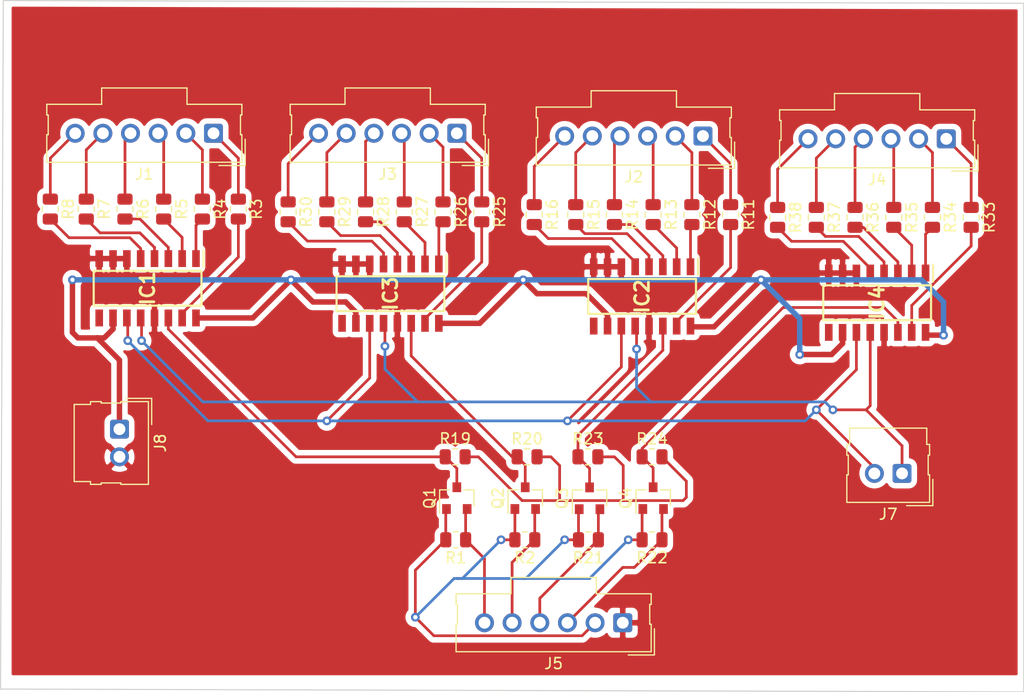
<source format=kicad_pcb>
(kicad_pcb (version 20171130) (host pcbnew "(5.1.10)-1")
  (title_block (title "Internship Task") (date 2023-01-23) (rev V1) (company "GalaxEye Space") (comment 1 "Author: Tejeswar A Ramachandran"))
  (layers (0 F.Cu signal) (31 B.Cu signal) (34 B.Paste user) (35 F.Paste user) (36 B.SilkS user) (37 F.SilkS user) (38 B.Mask user) (39 F.Mask user) (44 Edge.Cuts user))
  (net 0 "")
  (net 1 "Net-(IC1-Pad1)")
  (net 2 "Net-(IC1-Pad2)")
  (net 3 "Net-(IC1-Pad3)")
  (net 4 "Net-(IC1-Pad4)")
  (net 5 "Net-(IC1-Pad5)")
  (net 6 GND)
  (net 7 "Net-(IC1-Pad9)")
  (net 8 +5V)
  (net 9 /SH_CP)
  (net 10 /ST_CP)
  (net 11 /HV1)
  (net 12 "Net-(IC1-Pad15)")
  (net 13 "Net-(IC2-Pad15)")
  (net 14 /HV3)
  (net 15 "Net-(IC2-Pad9)")
  (net 16 "Net-(IC2-Pad5)")
  (net 17 "Net-(IC2-Pad4)")
  (net 18 "Net-(IC2-Pad3)")
  (net 19 "Net-(IC2-Pad2)")
  (net 20 "Net-(IC2-Pad1)")
  (net 21 "Net-(IC3-Pad15)")
  (net 22 /HV2)
  (net 23 "Net-(IC3-Pad9)")
  (net 24 "Net-(IC3-Pad5)")
  (net 25 "Net-(IC3-Pad4)")
  (net 26 "Net-(IC3-Pad3)")
  (net 27 "Net-(IC3-Pad2)")
  (net 28 "Net-(IC3-Pad1)")
  (net 29 "Net-(IC4-Pad1)")
  (net 30 "Net-(IC4-Pad2)")
  (net 31 "Net-(IC4-Pad3)")
  (net 32 "Net-(IC4-Pad4)")
  (net 33 "Net-(IC4-Pad5)")
  (net 34 "Net-(IC4-Pad9)")
  (net 35 /HV4)
  (net 36 "Net-(IC4-Pad15)")
  (net 37 "Net-(J1-Pad6)")
  (net 38 "Net-(J1-Pad5)")
  (net 39 "Net-(J1-Pad4)")
  (net 40 "Net-(J1-Pad3)")
  (net 41 "Net-(J1-Pad2)")
  (net 42 "Net-(J1-Pad1)")
  (net 43 "Net-(J2-Pad1)")
  (net 44 "Net-(J2-Pad2)")
  (net 45 "Net-(J2-Pad3)")
  (net 46 "Net-(J2-Pad4)")
  (net 47 "Net-(J2-Pad5)")
  (net 48 "Net-(J2-Pad6)")
  (net 49 "Net-(J3-Pad1)")
  (net 50 "Net-(J3-Pad2)")
  (net 51 "Net-(J3-Pad3)")
  (net 52 "Net-(J3-Pad4)")
  (net 53 "Net-(J3-Pad5)")
  (net 54 "Net-(J3-Pad6)")
  (net 55 "Net-(J4-Pad6)")
  (net 56 "Net-(J4-Pad5)")
  (net 57 "Net-(J4-Pad4)")
  (net 58 "Net-(J4-Pad3)")
  (net 59 "Net-(J4-Pad2)")
  (net 60 "Net-(J4-Pad1)")
  (net 61 /LV)
  (net 62 /LV4)
  (net 63 /LV3)
  (net 64 /LV2)
  (net 65 /LV1)
  (net 66 /HV)
  (module SamacSys_Parts:SOIC127P600X175-16N (layer F.Cu) (at 117.646606 74.688456 270)
    (fp_text reference IC1 (at 0 0 90) (layer F.SilkS) (effects (font (size 1.27 1.27) (thickness 0.254))))
    (fp_text value 74HC595D,118 hide)
    (pad 1 smd rect (at -2.725 -4.445) (size 0.7 1.55) (layers F.Cu F.Paste F.Mask) (net 1 "Net-(IC1-Pad1)"))
    (pad 2 smd rect (at -2.725 -3.175) (size 0.7 1.55) (layers F.Cu F.Paste F.Mask) (net 2 "Net-(IC1-Pad2)"))
    (pad 3 smd rect (at -2.725 -1.905) (size 0.7 1.55) (layers F.Cu F.Paste F.Mask) (net 3 "Net-(IC1-Pad3)"))
    (pad 4 smd rect (at -2.725 -0.635) (size 0.7 1.55) (layers F.Cu F.Paste F.Mask) (net 4 "Net-(IC1-Pad4)"))
    (pad 5 smd rect (at -2.725 0.635) (size 0.7 1.55) (layers F.Cu F.Paste F.Mask) (net 5 "Net-(IC1-Pad5)"))
    (pad 6 smd rect (at -2.725 1.905) (size 0.7 1.55) (layers F.Cu F.Paste F.Mask) (net 6 GND))
    (pad 7 smd rect (at -2.725 3.175) (size 0.7 1.55) (layers F.Cu F.Paste F.Mask) (net 6 GND))
    (pad 8 smd rect (at -2.725 4.445) (size 0.7 1.55) (layers F.Cu F.Paste F.Mask) (net 6 GND))
    (pad 9 smd rect (at 2.725 4.445) (size 0.7 1.55) (layers F.Cu F.Paste F.Mask) (net 7 "Net-(IC1-Pad9)"))
    (pad 10 smd rect (at 2.725 3.175) (size 0.7 1.55) (layers F.Cu F.Paste F.Mask) (net 8 +5V))
    (pad 11 smd rect (at 2.725 1.905) (size 0.7 1.55) (layers F.Cu F.Paste F.Mask) (net 9 /SH_CP))
    (pad 12 smd rect (at 2.725 0.635) (size 0.7 1.55) (layers F.Cu F.Paste F.Mask) (net 10 /ST_CP))
    (pad 13 smd rect (at 2.725 -0.635) (size 0.7 1.55) (layers F.Cu F.Paste F.Mask) (net 6 GND))
    (pad 14 smd rect (at 2.725 -1.905) (size 0.7 1.55) (layers F.Cu F.Paste F.Mask) (net 11 /HV1))
    (pad 15 smd rect (at 2.725 -3.175) (size 0.7 1.55) (layers F.Cu F.Paste F.Mask) (net 12 "Net-(IC1-Pad15)"))
    (pad 16 smd rect (at 2.725 -4.445) (size 0.7 1.55) (layers F.Cu F.Paste F.Mask) (net 8 +5V))
  )
  (module SamacSys_Parts:SOIC127P600X175-16N (layer F.Cu) (at 163.068 75.438 270)
    (fp_text reference IC2 (at 0 0 90) (layer F.SilkS) (effects (font (size 1.27 1.27) (thickness 0.254))))
    (fp_text value 74HC595D,118 hide)
    (pad 16 smd rect (at 2.725 -4.445) (size 0.7 1.55) (layers F.Cu F.Paste F.Mask) (net 8 +5V))
    (pad 15 smd rect (at 2.725 -3.175) (size 0.7 1.55) (layers F.Cu F.Paste F.Mask) (net 13 "Net-(IC2-Pad15)"))
    (pad 14 smd rect (at 2.725 -1.905) (size 0.7 1.55) (layers F.Cu F.Paste F.Mask) (net 14 /HV3))
    (pad 13 smd rect (at 2.725 -0.635) (size 0.7 1.55) (layers F.Cu F.Paste F.Mask) (net 6 GND))
    (pad 12 smd rect (at 2.725 0.635) (size 0.7 1.55) (layers F.Cu F.Paste F.Mask) (net 10 /ST_CP))
    (pad 11 smd rect (at 2.725 1.905) (size 0.7 1.55) (layers F.Cu F.Paste F.Mask) (net 9 /SH_CP))
    (pad 10 smd rect (at 2.725 3.175) (size 0.7 1.55) (layers F.Cu F.Paste F.Mask) (net 8 +5V))
    (pad 9 smd rect (at 2.725 4.445) (size 0.7 1.55) (layers F.Cu F.Paste F.Mask) (net 15 "Net-(IC2-Pad9)"))
    (pad 8 smd rect (at -2.725 4.445) (size 0.7 1.55) (layers F.Cu F.Paste F.Mask) (net 6 GND))
    (pad 7 smd rect (at -2.725 3.175) (size 0.7 1.55) (layers F.Cu F.Paste F.Mask) (net 6 GND))
    (pad 6 smd rect (at -2.725 1.905) (size 0.7 1.55) (layers F.Cu F.Paste F.Mask) (net 6 GND))
    (pad 5 smd rect (at -2.725 0.635) (size 0.7 1.55) (layers F.Cu F.Paste F.Mask) (net 16 "Net-(IC2-Pad5)"))
    (pad 4 smd rect (at -2.725 -0.635) (size 0.7 1.55) (layers F.Cu F.Paste F.Mask) (net 17 "Net-(IC2-Pad4)"))
    (pad 3 smd rect (at -2.725 -1.905) (size 0.7 1.55) (layers F.Cu F.Paste F.Mask) (net 18 "Net-(IC2-Pad3)"))
    (pad 2 smd rect (at -2.725 -3.175) (size 0.7 1.55) (layers F.Cu F.Paste F.Mask) (net 19 "Net-(IC2-Pad2)"))
    (pad 1 smd rect (at -2.725 -4.445) (size 0.7 1.55) (layers F.Cu F.Paste F.Mask) (net 20 "Net-(IC2-Pad1)"))
  )
  (module SamacSys_Parts:SOIC127P600X175-16N (layer F.Cu) (at 139.954 75.184 270)
    (fp_text reference IC3 (at 0 0 90) (layer F.SilkS) (effects (font (size 1.27 1.27) (thickness 0.254))))
    (fp_text value 74HC595D,118 hide)
    (pad 16 smd rect (at 2.725 -4.445) (size 0.7 1.55) (layers F.Cu F.Paste F.Mask) (net 8 +5V))
    (pad 15 smd rect (at 2.725 -3.175) (size 0.7 1.55) (layers F.Cu F.Paste F.Mask) (net 21 "Net-(IC3-Pad15)"))
    (pad 14 smd rect (at 2.725 -1.905) (size 0.7 1.55) (layers F.Cu F.Paste F.Mask) (net 22 /HV2))
    (pad 13 smd rect (at 2.725 -0.635) (size 0.7 1.55) (layers F.Cu F.Paste F.Mask) (net 6 GND))
    (pad 12 smd rect (at 2.725 0.635) (size 0.7 1.55) (layers F.Cu F.Paste F.Mask) (net 10 /ST_CP))
    (pad 11 smd rect (at 2.725 1.905) (size 0.7 1.55) (layers F.Cu F.Paste F.Mask) (net 9 /SH_CP))
    (pad 10 smd rect (at 2.725 3.175) (size 0.7 1.55) (layers F.Cu F.Paste F.Mask) (net 8 +5V))
    (pad 9 smd rect (at 2.725 4.445) (size 0.7 1.55) (layers F.Cu F.Paste F.Mask) (net 23 "Net-(IC3-Pad9)"))
    (pad 8 smd rect (at -2.725 4.445) (size 0.7 1.55) (layers F.Cu F.Paste F.Mask) (net 6 GND))
    (pad 7 smd rect (at -2.725 3.175) (size 0.7 1.55) (layers F.Cu F.Paste F.Mask) (net 6 GND))
    (pad 6 smd rect (at -2.725 1.905) (size 0.7 1.55) (layers F.Cu F.Paste F.Mask) (net 6 GND))
    (pad 5 smd rect (at -2.725 0.635) (size 0.7 1.55) (layers F.Cu F.Paste F.Mask) (net 24 "Net-(IC3-Pad5)"))
    (pad 4 smd rect (at -2.725 -0.635) (size 0.7 1.55) (layers F.Cu F.Paste F.Mask) (net 25 "Net-(IC3-Pad4)"))
    (pad 3 smd rect (at -2.725 -1.905) (size 0.7 1.55) (layers F.Cu F.Paste F.Mask) (net 26 "Net-(IC3-Pad3)"))
    (pad 2 smd rect (at -2.725 -3.175) (size 0.7 1.55) (layers F.Cu F.Paste F.Mask) (net 27 "Net-(IC3-Pad2)"))
    (pad 1 smd rect (at -2.725 -4.445) (size 0.7 1.55) (layers F.Cu F.Paste F.Mask) (net 28 "Net-(IC3-Pad1)"))
  )
  (module SamacSys_Parts:SOIC127P600X175-16N (layer F.Cu) (at 184.658 76.015 270)
    (fp_text reference IC4 (at 0 0 90) (layer F.SilkS) (effects (font (size 1.27 1.27) (thickness 0.254))))
    (fp_text value 74HC595D,118 hide)
    (pad 1 smd rect (at -2.725 -4.445) (size 0.7 1.55) (layers F.Cu F.Paste F.Mask) (net 29 "Net-(IC4-Pad1)"))
    (pad 2 smd rect (at -2.725 -3.175) (size 0.7 1.55) (layers F.Cu F.Paste F.Mask) (net 30 "Net-(IC4-Pad2)"))
    (pad 3 smd rect (at -2.725 -1.905) (size 0.7 1.55) (layers F.Cu F.Paste F.Mask) (net 31 "Net-(IC4-Pad3)"))
    (pad 4 smd rect (at -2.725 -0.635) (size 0.7 1.55) (layers F.Cu F.Paste F.Mask) (net 32 "Net-(IC4-Pad4)"))
    (pad 5 smd rect (at -2.725 0.635) (size 0.7 1.55) (layers F.Cu F.Paste F.Mask) (net 33 "Net-(IC4-Pad5)"))
    (pad 6 smd rect (at -2.725 1.905) (size 0.7 1.55) (layers F.Cu F.Paste F.Mask) (net 6 GND))
    (pad 7 smd rect (at -2.725 3.175) (size 0.7 1.55) (layers F.Cu F.Paste F.Mask) (net 6 GND))
    (pad 8 smd rect (at -2.725 4.445) (size 0.7 1.55) (layers F.Cu F.Paste F.Mask) (net 6 GND))
    (pad 9 smd rect (at 2.725 4.445) (size 0.7 1.55) (layers F.Cu F.Paste F.Mask) (net 34 "Net-(IC4-Pad9)"))
    (pad 10 smd rect (at 2.725 3.175) (size 0.7 1.55) (layers F.Cu F.Paste F.Mask) (net 8 +5V))
    (pad 11 smd rect (at 2.725 1.905) (size 0.7 1.55) (layers F.Cu F.Paste F.Mask) (net 9 /SH_CP))
    (pad 12 smd rect (at 2.725 0.635) (size 0.7 1.55) (layers F.Cu F.Paste F.Mask) (net 10 /ST_CP))
    (pad 13 smd rect (at 2.725 -0.635) (size 0.7 1.55) (layers F.Cu F.Paste F.Mask) (net 6 GND))
    (pad 14 smd rect (at 2.725 -1.905) (size 0.7 1.55) (layers F.Cu F.Paste F.Mask) (net 35 /HV4))
    (pad 15 smd rect (at 2.725 -3.175) (size 0.7 1.55) (layers F.Cu F.Paste F.Mask) (net 36 "Net-(IC4-Pad15)"))
    (pad 16 smd rect (at 2.725 -4.445) (size 0.7 1.55) (layers F.Cu F.Paste F.Mask) (net 8 +5V))
  )
  (module Connector_Molex:Molex_SL_171971-0006_1x06_P2.54mm_Vertical (layer F.Cu) (at 123.698 60.452 180)
    (fp_text reference J1 (at 6.35 -3.75) (layer F.SilkS))
    (fp_text value Conn_01x06_Female)
    (pad 6 thru_hole circle (at 12.7 0 180) (size 1.74 1.74) (drill 1.09) (layers *.Cu *.Mask) (net 37 "Net-(J1-Pad6)"))
    (pad 5 thru_hole circle (at 10.16 0 180) (size 1.74 1.74) (drill 1.09) (layers *.Cu *.Mask) (net 38 "Net-(J1-Pad5)"))
    (pad 4 thru_hole circle (at 7.62 0 180) (size 1.74 1.74) (drill 1.09) (layers *.Cu *.Mask) (net 39 "Net-(J1-Pad4)"))
    (pad 3 thru_hole circle (at 5.08 0 180) (size 1.74 1.74) (drill 1.09) (layers *.Cu *.Mask) (net 40 "Net-(J1-Pad3)"))
    (pad 2 thru_hole circle (at 2.54 0 180) (size 1.74 1.74) (drill 1.09) (layers *.Cu *.Mask) (net 41 "Net-(J1-Pad2)"))
    (pad 1 thru_hole roundrect (at 0 0 180) (size 1.74 1.74) (drill 1.09) (layers *.Cu *.Mask) (roundrect_rratio 0.143678) (net 42 "Net-(J1-Pad1)"))
  )
  (module Connector_Molex:Molex_SL_171971-0006_1x06_P2.54mm_Vertical (layer F.Cu) (at 168.656 60.706 180)
    (fp_text reference J2 (at 6.35 -3.75) (layer F.SilkS))
    (fp_text value Conn_01x06_Female)
    (pad 1 thru_hole roundrect (at 0 0 180) (size 1.74 1.74) (drill 1.09) (layers *.Cu *.Mask) (roundrect_rratio 0.143678) (net 43 "Net-(J2-Pad1)"))
    (pad 2 thru_hole circle (at 2.54 0 180) (size 1.74 1.74) (drill 1.09) (layers *.Cu *.Mask) (net 44 "Net-(J2-Pad2)"))
    (pad 3 thru_hole circle (at 5.08 0 180) (size 1.74 1.74) (drill 1.09) (layers *.Cu *.Mask) (net 45 "Net-(J2-Pad3)"))
    (pad 4 thru_hole circle (at 7.62 0 180) (size 1.74 1.74) (drill 1.09) (layers *.Cu *.Mask) (net 46 "Net-(J2-Pad4)"))
    (pad 5 thru_hole circle (at 10.16 0 180) (size 1.74 1.74) (drill 1.09) (layers *.Cu *.Mask) (net 47 "Net-(J2-Pad5)"))
    (pad 6 thru_hole circle (at 12.7 0 180) (size 1.74 1.74) (drill 1.09) (layers *.Cu *.Mask) (net 48 "Net-(J2-Pad6)"))
  )
  (module Connector_Molex:Molex_SL_171971-0006_1x06_P2.54mm_Vertical (layer F.Cu) (at 146.05 60.452 180)
    (fp_text reference J3 (at 6.35 -3.75) (layer F.SilkS))
    (fp_text value Conn_01x06_Female)
    (pad 1 thru_hole roundrect (at 0 0 180) (size 1.74 1.74) (drill 1.09) (layers *.Cu *.Mask) (roundrect_rratio 0.143678) (net 49 "Net-(J3-Pad1)"))
    (pad 2 thru_hole circle (at 2.54 0 180) (size 1.74 1.74) (drill 1.09) (layers *.Cu *.Mask) (net 50 "Net-(J3-Pad2)"))
    (pad 3 thru_hole circle (at 5.08 0 180) (size 1.74 1.74) (drill 1.09) (layers *.Cu *.Mask) (net 51 "Net-(J3-Pad3)"))
    (pad 4 thru_hole circle (at 7.62 0 180) (size 1.74 1.74) (drill 1.09) (layers *.Cu *.Mask) (net 52 "Net-(J3-Pad4)"))
    (pad 5 thru_hole circle (at 10.16 0 180) (size 1.74 1.74) (drill 1.09) (layers *.Cu *.Mask) (net 53 "Net-(J3-Pad5)"))
    (pad 6 thru_hole circle (at 12.7 0 180) (size 1.74 1.74) (drill 1.09) (layers *.Cu *.Mask) (net 54 "Net-(J3-Pad6)"))
  )
  (module Connector_Molex:Molex_SL_171971-0006_1x06_P2.54mm_Vertical (layer F.Cu) (at 191.008 60.96 180)
    (fp_text reference J4 (at 6.35 -3.75) (layer F.SilkS))
    (fp_text value Conn_01x06_Female)
    (pad 6 thru_hole circle (at 12.7 0 180) (size 1.74 1.74) (drill 1.09) (layers *.Cu *.Mask) (net 55 "Net-(J4-Pad6)"))
    (pad 5 thru_hole circle (at 10.16 0 180) (size 1.74 1.74) (drill 1.09) (layers *.Cu *.Mask) (net 56 "Net-(J4-Pad5)"))
    (pad 4 thru_hole circle (at 7.62 0 180) (size 1.74 1.74) (drill 1.09) (layers *.Cu *.Mask) (net 57 "Net-(J4-Pad4)"))
    (pad 3 thru_hole circle (at 5.08 0 180) (size 1.74 1.74) (drill 1.09) (layers *.Cu *.Mask) (net 58 "Net-(J4-Pad3)"))
    (pad 2 thru_hole circle (at 2.54 0 180) (size 1.74 1.74) (drill 1.09) (layers *.Cu *.Mask) (net 59 "Net-(J4-Pad2)"))
    (pad 1 thru_hole roundrect (at 0 0 180) (size 1.74 1.74) (drill 1.09) (layers *.Cu *.Mask) (roundrect_rratio 0.143678) (net 60 "Net-(J4-Pad1)"))
  )
  (module Connector_Molex:Molex_SL_171971-0006_1x06_P2.54mm_Vertical (layer F.Cu) (at 161.29 105.41 180)
    (fp_text reference J5 (at 6.35 -3.75) (layer F.SilkS))
    (fp_text value Conn_01x06_Female)
    (pad 1 thru_hole roundrect (at 0 0 180) (size 1.74 1.74) (drill 1.09) (layers *.Cu *.Mask) (roundrect_rratio 0.143678) (net 6 GND))
    (pad 2 thru_hole circle (at 2.54 0 180) (size 1.74 1.74) (drill 1.09) (layers *.Cu *.Mask) (net 61 /LV))
    (pad 3 thru_hole circle (at 5.08 0 180) (size 1.74 1.74) (drill 1.09) (layers *.Cu *.Mask) (net 62 /LV4))
    (pad 4 thru_hole circle (at 7.62 0 180) (size 1.74 1.74) (drill 1.09) (layers *.Cu *.Mask) (net 63 /LV3))
    (pad 5 thru_hole circle (at 10.16 0 180) (size 1.74 1.74) (drill 1.09) (layers *.Cu *.Mask) (net 64 /LV2))
    (pad 6 thru_hole circle (at 12.7 0 180) (size 1.74 1.74) (drill 1.09) (layers *.Cu *.Mask) (net 65 /LV1))
  )
  (module Connector_Molex:Molex_SL_171971-0002_1x02_P2.54mm_Vertical (layer F.Cu) (at 186.944 91.694 180)
    (fp_text reference J7 (at 1.27 -3.75) (layer F.SilkS))
    (fp_text value Conn_01x02_Female)
    (pad 1 thru_hole roundrect (at 0 0 180) (size 1.74 1.74) (drill 1.09) (layers *.Cu *.Mask) (roundrect_rratio 0.143678) (net 10 /ST_CP))
    (pad 2 thru_hole circle (at 2.54 0 180) (size 1.74 1.74) (drill 1.09) (layers *.Cu *.Mask) (net 9 /SH_CP))
  )
  (module Connector_Molex:Molex_SL_171971-0002_1x02_P2.54mm_Vertical (layer F.Cu) (at 115.062 87.63 270)
    (fp_text reference J8 (at 1.27 -3.75 90) (layer F.SilkS))
    (fp_text value Conn_01x02_Female)
    (pad 2 thru_hole circle (at 2.54 0 270) (size 1.74 1.74) (drill 1.09) (layers *.Cu *.Mask) (net 6 GND))
    (pad 1 thru_hole roundrect (at 0 0 270) (size 1.74 1.74) (drill 1.09) (layers *.Cu *.Mask) (roundrect_rratio 0.143678) (net 8 +5V))
  )
  (module Package_TO_SOT_SMD:SOT-23 (layer F.Cu) (at 146.05 93.964 90)
    (fp_text reference Q1 (at 0 -2.5 90) (layer F.SilkS))
    (fp_text value BSS138)
    (pad 3 smd rect (at 1 0 90) (size 0.9 0.8) (layers F.Cu F.Paste F.Mask) (net 11 /HV1))
    (pad 2 smd rect (at -1 0.95 90) (size 0.9 0.8) (layers F.Cu F.Paste F.Mask) (net 65 /LV1))
    (pad 1 smd rect (at -1 -0.95 90) (size 0.9 0.8) (layers F.Cu F.Paste F.Mask) (net 61 /LV))
  )
  (module Package_TO_SOT_SMD:SOT-23 (layer F.Cu) (at 152.334 93.964 90)
    (fp_text reference Q2 (at 0 -2.5 90) (layer F.SilkS))
    (fp_text value BSS138)
    (pad 1 smd rect (at -1 -0.95 90) (size 0.9 0.8) (layers F.Cu F.Paste F.Mask) (net 61 /LV))
    (pad 2 smd rect (at -1 0.95 90) (size 0.9 0.8) (layers F.Cu F.Paste F.Mask) (net 64 /LV2))
    (pad 3 smd rect (at 1 0 90) (size 0.9 0.8) (layers F.Cu F.Paste F.Mask) (net 22 /HV2))
  )
  (module Package_TO_SOT_SMD:SOT-23 (layer F.Cu) (at 158.242 93.98 90)
    (fp_text reference Q3 (at 0 -2.5 90) (layer F.SilkS))
    (fp_text value BSS138)
    (pad 3 smd rect (at 1 0 90) (size 0.9 0.8) (layers F.Cu F.Paste F.Mask) (net 14 /HV3))
    (pad 2 smd rect (at -1 0.95 90) (size 0.9 0.8) (layers F.Cu F.Paste F.Mask) (net 63 /LV3))
    (pad 1 smd rect (at -1 -0.95 90) (size 0.9 0.8) (layers F.Cu F.Paste F.Mask) (net 61 /LV))
  )
  (module Package_TO_SOT_SMD:SOT-23 (layer F.Cu) (at 164.084 93.964 90)
    (fp_text reference Q4 (at 0 -2.5 90) (layer F.SilkS))
    (fp_text value BSS138)
    (pad 1 smd rect (at -1 -0.95 90) (size 0.9 0.8) (layers F.Cu F.Paste F.Mask) (net 61 /LV))
    (pad 2 smd rect (at -1 0.95 90) (size 0.9 0.8) (layers F.Cu F.Paste F.Mask) (net 62 /LV4))
    (pad 3 smd rect (at 1 0 90) (size 0.9 0.8) (layers F.Cu F.Paste F.Mask) (net 35 /HV4))
  )
  (module Resistor_SMD:R_0805_2012Metric (layer F.Cu) (at 145.9465 97.79 180)
    (fp_text reference R1 (at 0 -1.65) (layer F.SilkS))
    (fp_text value R)
    (pad 2 smd roundrect (at 0.9125 0 180) (size 1.025 1.4) (layers F.Cu F.Paste F.Mask) (roundrect_rratio 0.243902) (net 61 /LV))
    (pad 1 smd roundrect (at -0.9125 0 180) (size 1.025 1.4) (layers F.Cu F.Paste F.Mask) (roundrect_rratio 0.243902) (net 65 /LV1))
  )
  (module Resistor_SMD:R_0805_2012Metric (layer F.Cu) (at 152.2965 97.79 180)
    (fp_text reference R2 (at 0 -1.65) (layer F.SilkS))
    (fp_text value R)
    (pad 2 smd roundrect (at 0.9125 0 180) (size 1.025 1.4) (layers F.Cu F.Paste F.Mask) (roundrect_rratio 0.243902) (net 61 /LV))
    (pad 1 smd roundrect (at -0.9125 0 180) (size 1.025 1.4) (layers F.Cu F.Paste F.Mask) (roundrect_rratio 0.243902) (net 64 /LV2))
  )
  (module Resistor_SMD:R_0805_2012Metric (layer F.Cu) (at 125.984 67.4135 270)
    (fp_text reference R3 (at 0 -1.65 90) (layer F.SilkS))
    (fp_text value R)
    (pad 1 smd roundrect (at -0.9125 0 270) (size 1.025 1.4) (layers F.Cu F.Paste F.Mask) (roundrect_rratio 0.243902) (net 42 "Net-(J1-Pad1)"))
    (pad 2 smd roundrect (at 0.9125 0 270) (size 1.025 1.4) (layers F.Cu F.Paste F.Mask) (roundrect_rratio 0.243902) (net 12 "Net-(IC1-Pad15)"))
  )
  (module Resistor_SMD:R_0805_2012Metric (layer F.Cu) (at 122.682 67.4135 270)
    (fp_text reference R4 (at 0 -1.65 90) (layer F.SilkS))
    (fp_text value R)
    (pad 2 smd roundrect (at 0.9125 0 270) (size 1.025 1.4) (layers F.Cu F.Paste F.Mask) (roundrect_rratio 0.243902) (net 1 "Net-(IC1-Pad1)"))
    (pad 1 smd roundrect (at -0.9125 0 270) (size 1.025 1.4) (layers F.Cu F.Paste F.Mask) (roundrect_rratio 0.243902) (net 41 "Net-(J1-Pad2)"))
  )
  (module Resistor_SMD:R_0805_2012Metric (layer F.Cu) (at 119.126 67.4135 270)
    (fp_text reference R5 (at 0 -1.65 90) (layer F.SilkS))
    (fp_text value R)
    (pad 1 smd roundrect (at -0.9125 0 270) (size 1.025 1.4) (layers F.Cu F.Paste F.Mask) (roundrect_rratio 0.243902) (net 40 "Net-(J1-Pad3)"))
    (pad 2 smd roundrect (at 0.9125 0 270) (size 1.025 1.4) (layers F.Cu F.Paste F.Mask) (roundrect_rratio 0.243902) (net 2 "Net-(IC1-Pad2)"))
  )
  (module Resistor_SMD:R_0805_2012Metric (layer F.Cu) (at 115.57 67.4135 270)
    (fp_text reference R6 (at 0 -1.65 90) (layer F.SilkS))
    (fp_text value R)
    (pad 2 smd roundrect (at 0.9125 0 270) (size 1.025 1.4) (layers F.Cu F.Paste F.Mask) (roundrect_rratio 0.243902) (net 3 "Net-(IC1-Pad3)"))
    (pad 1 smd roundrect (at -0.9125 0 270) (size 1.025 1.4) (layers F.Cu F.Paste F.Mask) (roundrect_rratio 0.243902) (net 39 "Net-(J1-Pad4)"))
  )
  (module Resistor_SMD:R_0805_2012Metric (layer F.Cu) (at 112.014 67.4135 270)
    (fp_text reference R7 (at 0 -1.65 90) (layer F.SilkS))
    (fp_text value R)
    (pad 1 smd roundrect (at -0.9125 0 270) (size 1.025 1.4) (layers F.Cu F.Paste F.Mask) (roundrect_rratio 0.243902) (net 38 "Net-(J1-Pad5)"))
    (pad 2 smd roundrect (at 0.9125 0 270) (size 1.025 1.4) (layers F.Cu F.Paste F.Mask) (roundrect_rratio 0.243902) (net 4 "Net-(IC1-Pad4)"))
  )
  (module Resistor_SMD:R_0805_2012Metric (layer F.Cu) (at 108.712 67.4135 270)
    (fp_text reference R8 (at 0 -1.65 90) (layer F.SilkS))
    (fp_text value R)
    (pad 2 smd roundrect (at 0.9125 0 270) (size 1.025 1.4) (layers F.Cu F.Paste F.Mask) (roundrect_rratio 0.243902) (net 5 "Net-(IC1-Pad5)"))
    (pad 1 smd roundrect (at -0.9125 0 270) (size 1.025 1.4) (layers F.Cu F.Paste F.Mask) (roundrect_rratio 0.243902) (net 37 "Net-(J1-Pad6)"))
  )
  (module Resistor_SMD:R_0805_2012Metric (layer F.Cu) (at 171.196 67.9215 270)
    (fp_text reference R11 (at 0 -1.65 90) (layer F.SilkS))
    (fp_text value R)
    (pad 1 smd roundrect (at -0.9125 0 270) (size 1.025 1.4) (layers F.Cu F.Paste F.Mask) (roundrect_rratio 0.243902) (net 43 "Net-(J2-Pad1)"))
    (pad 2 smd roundrect (at 0.9125 0 270) (size 1.025 1.4) (layers F.Cu F.Paste F.Mask) (roundrect_rratio 0.243902) (net 13 "Net-(IC2-Pad15)"))
  )
  (module Resistor_SMD:R_0805_2012Metric (layer F.Cu) (at 167.64 67.9215 270)
    (fp_text reference R12 (at 0 -1.65 90) (layer F.SilkS))
    (fp_text value R)
    (pad 2 smd roundrect (at 0.9125 0 270) (size 1.025 1.4) (layers F.Cu F.Paste F.Mask) (roundrect_rratio 0.243902) (net 20 "Net-(IC2-Pad1)"))
    (pad 1 smd roundrect (at -0.9125 0 270) (size 1.025 1.4) (layers F.Cu F.Paste F.Mask) (roundrect_rratio 0.243902) (net 44 "Net-(J2-Pad2)"))
  )
  (module Resistor_SMD:R_0805_2012Metric (layer F.Cu) (at 164.084 67.9215 270)
    (fp_text reference R13 (at 0 -1.65 90) (layer F.SilkS))
    (fp_text value R)
    (pad 1 smd roundrect (at -0.9125 0 270) (size 1.025 1.4) (layers F.Cu F.Paste F.Mask) (roundrect_rratio 0.243902) (net 45 "Net-(J2-Pad3)"))
    (pad 2 smd roundrect (at 0.9125 0 270) (size 1.025 1.4) (layers F.Cu F.Paste F.Mask) (roundrect_rratio 0.243902) (net 19 "Net-(IC2-Pad2)"))
  )
  (module Resistor_SMD:R_0805_2012Metric (layer F.Cu) (at 160.528 67.9215 270)
    (fp_text reference R14 (at 0 -1.65 90) (layer F.SilkS))
    (fp_text value R)
    (pad 1 smd roundrect (at -0.9125 0 270) (size 1.025 1.4) (layers F.Cu F.Paste F.Mask) (roundrect_rratio 0.243902) (net 46 "Net-(J2-Pad4)"))
    (pad 2 smd roundrect (at 0.9125 0 270) (size 1.025 1.4) (layers F.Cu F.Paste F.Mask) (roundrect_rratio 0.243902) (net 18 "Net-(IC2-Pad3)"))
  )
  (module Resistor_SMD:R_0805_2012Metric (layer F.Cu) (at 156.972 67.9215 270)
    (fp_text reference R15 (at 0 -1.65 90) (layer F.SilkS))
    (fp_text value R)
    (pad 1 smd roundrect (at -0.9125 0 270) (size 1.025 1.4) (layers F.Cu F.Paste F.Mask) (roundrect_rratio 0.243902) (net 47 "Net-(J2-Pad5)"))
    (pad 2 smd roundrect (at 0.9125 0 270) (size 1.025 1.4) (layers F.Cu F.Paste F.Mask) (roundrect_rratio 0.243902) (net 17 "Net-(IC2-Pad4)"))
  )
  (module Resistor_SMD:R_0805_2012Metric (layer F.Cu) (at 153.162 67.9215 270)
    (fp_text reference R16 (at 0 -1.65 90) (layer F.SilkS))
    (fp_text value R)
    (pad 2 smd roundrect (at 0.9125 0 270) (size 1.025 1.4) (layers F.Cu F.Paste F.Mask) (roundrect_rratio 0.243902) (net 16 "Net-(IC2-Pad5)"))
    (pad 1 smd roundrect (at -0.9125 0 270) (size 1.025 1.4) (layers F.Cu F.Paste F.Mask) (roundrect_rratio 0.243902) (net 48 "Net-(J2-Pad6)"))
  )
  (module Resistor_SMD:R_0805_2012Metric (layer F.Cu) (at 145.8995 90.17)
    (fp_text reference R19 (at 0 -1.65) (layer F.SilkS))
    (fp_text value R)
    (pad 1 smd roundrect (at -0.9125 0) (size 1.025 1.4) (layers F.Cu F.Paste F.Mask) (roundrect_rratio 0.243902) (net 11 /HV1))
    (pad 2 smd roundrect (at 0.9125 0) (size 1.025 1.4) (layers F.Cu F.Paste F.Mask) (roundrect_rratio 0.243902) (net 66 /HV))
  )
  (module Resistor_SMD:R_0805_2012Metric (layer F.Cu) (at 152.5035 90.17)
    (fp_text reference R20 (at 0 -1.65) (layer F.SilkS))
    (fp_text value R)
    (pad 1 smd roundrect (at -0.9125 0) (size 1.025 1.4) (layers F.Cu F.Paste F.Mask) (roundrect_rratio 0.243902) (net 22 /HV2))
    (pad 2 smd roundrect (at 0.9125 0) (size 1.025 1.4) (layers F.Cu F.Paste F.Mask) (roundrect_rratio 0.243902) (net 66 /HV))
  )
  (module Resistor_SMD:R_0805_2012Metric (layer F.Cu) (at 158.1385 97.79 180)
    (fp_text reference R21 (at 0 -1.65) (layer F.SilkS))
    (fp_text value R)
    (pad 2 smd roundrect (at 0.9125 0 180) (size 1.025 1.4) (layers F.Cu F.Paste F.Mask) (roundrect_rratio 0.243902) (net 61 /LV))
    (pad 1 smd roundrect (at -0.9125 0 180) (size 1.025 1.4) (layers F.Cu F.Paste F.Mask) (roundrect_rratio 0.243902) (net 63 /LV3))
  )
  (module Resistor_SMD:R_0805_2012Metric (layer F.Cu) (at 163.9805 97.79 180)
    (fp_text reference R22 (at 0 -1.65) (layer F.SilkS))
    (fp_text value R)
    (pad 2 smd roundrect (at 0.9125 0 180) (size 1.025 1.4) (layers F.Cu F.Paste F.Mask) (roundrect_rratio 0.243902) (net 61 /LV))
    (pad 1 smd roundrect (at -0.9125 0 180) (size 1.025 1.4) (layers F.Cu F.Paste F.Mask) (roundrect_rratio 0.243902) (net 62 /LV4))
  )
  (module Resistor_SMD:R_0805_2012Metric (layer F.Cu) (at 158.0915 90.17)
    (fp_text reference R23 (at 0 -1.65) (layer F.SilkS))
    (fp_text value R)
    (pad 1 smd roundrect (at -0.9125 0) (size 1.025 1.4) (layers F.Cu F.Paste F.Mask) (roundrect_rratio 0.243902) (net 14 /HV3))
    (pad 2 smd roundrect (at 0.9125 0) (size 1.025 1.4) (layers F.Cu F.Paste F.Mask) (roundrect_rratio 0.243902) (net 66 /HV))
  )
  (module Resistor_SMD:R_0805_2012Metric (layer F.Cu) (at 163.9805 90.17)
    (fp_text reference R24 (at 0 -1.65) (layer F.SilkS))
    (fp_text value R)
    (pad 1 smd roundrect (at -0.9125 0) (size 1.025 1.4) (layers F.Cu F.Paste F.Mask) (roundrect_rratio 0.243902) (net 35 /HV4))
    (pad 2 smd roundrect (at 0.9125 0) (size 1.025 1.4) (layers F.Cu F.Paste F.Mask) (roundrect_rratio 0.243902) (net 66 /HV))
  )
  (module Resistor_SMD:R_0805_2012Metric (layer F.Cu) (at 148.336 67.6675 270)
    (fp_text reference R25 (at 0 -1.65 90) (layer F.SilkS))
    (fp_text value R)
    (pad 1 smd roundrect (at -0.9125 0 270) (size 1.025 1.4) (layers F.Cu F.Paste F.Mask) (roundrect_rratio 0.243902) (net 49 "Net-(J3-Pad1)"))
    (pad 2 smd roundrect (at 0.9125 0 270) (size 1.025 1.4) (layers F.Cu F.Paste F.Mask) (roundrect_rratio 0.243902) (net 21 "Net-(IC3-Pad15)"))
  )
  (module Resistor_SMD:R_0805_2012Metric (layer F.Cu) (at 144.78 67.6675 270)
    (fp_text reference R26 (at 0 -1.65 90) (layer F.SilkS))
    (fp_text value R)
    (pad 1 smd roundrect (at -0.9125 0 270) (size 1.025 1.4) (layers F.Cu F.Paste F.Mask) (roundrect_rratio 0.243902) (net 50 "Net-(J3-Pad2)"))
    (pad 2 smd roundrect (at 0.9125 0 270) (size 1.025 1.4) (layers F.Cu F.Paste F.Mask) (roundrect_rratio 0.243902) (net 28 "Net-(IC3-Pad1)"))
  )
  (module Resistor_SMD:R_0805_2012Metric (layer F.Cu) (at 141.224 67.6675 270)
    (fp_text reference R27 (at 0 -1.65 90) (layer F.SilkS))
    (fp_text value R)
    (pad 2 smd roundrect (at 0.9125 0 270) (size 1.025 1.4) (layers F.Cu F.Paste F.Mask) (roundrect_rratio 0.243902) (net 27 "Net-(IC3-Pad2)"))
    (pad 1 smd roundrect (at -0.9125 0 270) (size 1.025 1.4) (layers F.Cu F.Paste F.Mask) (roundrect_rratio 0.243902) (net 51 "Net-(J3-Pad3)"))
  )
  (module Resistor_SMD:R_0805_2012Metric (layer F.Cu) (at 137.668 67.6675 270)
    (fp_text reference R28 (at 0 -1.65 90) (layer F.SilkS))
    (fp_text value R)
    (pad 1 smd roundrect (at -0.9125 0 270) (size 1.025 1.4) (layers F.Cu F.Paste F.Mask) (roundrect_rratio 0.243902) (net 52 "Net-(J3-Pad4)"))
    (pad 2 smd roundrect (at 0.9125 0 270) (size 1.025 1.4) (layers F.Cu F.Paste F.Mask) (roundrect_rratio 0.243902) (net 26 "Net-(IC3-Pad3)"))
  )
  (module Resistor_SMD:R_0805_2012Metric (layer F.Cu) (at 134.112 67.6675 270)
    (fp_text reference R29 (at 0 -1.65 90) (layer F.SilkS))
    (fp_text value R)
    (pad 2 smd roundrect (at 0.9125 0 270) (size 1.025 1.4) (layers F.Cu F.Paste F.Mask) (roundrect_rratio 0.243902) (net 25 "Net-(IC3-Pad4)"))
    (pad 1 smd roundrect (at -0.9125 0 270) (size 1.025 1.4) (layers F.Cu F.Paste F.Mask) (roundrect_rratio 0.243902) (net 53 "Net-(J3-Pad5)"))
  )
  (module Resistor_SMD:R_0805_2012Metric (layer F.Cu) (at 130.556 67.6675 270)
    (fp_text reference R30 (at 0 -1.65 90) (layer F.SilkS))
    (fp_text value R)
    (pad 2 smd roundrect (at 0.9125 0 270) (size 1.025 1.4) (layers F.Cu F.Paste F.Mask) (roundrect_rratio 0.243902) (net 24 "Net-(IC3-Pad5)"))
    (pad 1 smd roundrect (at -0.9125 0 270) (size 1.025 1.4) (layers F.Cu F.Paste F.Mask) (roundrect_rratio 0.243902) (net 54 "Net-(J3-Pad6)"))
  )
  (module Resistor_SMD:R_0805_2012Metric (layer F.Cu) (at 193.294 68.1755 270)
    (fp_text reference R33 (at 0 -1.65 90) (layer F.SilkS))
    (fp_text value R)
    (pad 1 smd roundrect (at -0.9125 0 270) (size 1.025 1.4) (layers F.Cu F.Paste F.Mask) (roundrect_rratio 0.243902) (net 60 "Net-(J4-Pad1)"))
    (pad 2 smd roundrect (at 0.9125 0 270) (size 1.025 1.4) (layers F.Cu F.Paste F.Mask) (roundrect_rratio 0.243902) (net 36 "Net-(IC4-Pad15)"))
  )
  (module Resistor_SMD:R_0805_2012Metric (layer F.Cu) (at 189.738 68.1755 270)
    (fp_text reference R34 (at 0 -1.65 90) (layer F.SilkS))
    (fp_text value R)
    (pad 2 smd roundrect (at 0.9125 0 270) (size 1.025 1.4) (layers F.Cu F.Paste F.Mask) (roundrect_rratio 0.243902) (net 29 "Net-(IC4-Pad1)"))
    (pad 1 smd roundrect (at -0.9125 0 270) (size 1.025 1.4) (layers F.Cu F.Paste F.Mask) (roundrect_rratio 0.243902) (net 59 "Net-(J4-Pad2)"))
  )
  (module Resistor_SMD:R_0805_2012Metric (layer F.Cu) (at 186.182 68.1755 270)
    (fp_text reference R35 (at 0 -1.65 90) (layer F.SilkS))
    (fp_text value R)
    (pad 1 smd roundrect (at -0.9125 0 270) (size 1.025 1.4) (layers F.Cu F.Paste F.Mask) (roundrect_rratio 0.243902) (net 58 "Net-(J4-Pad3)"))
    (pad 2 smd roundrect (at 0.9125 0 270) (size 1.025 1.4) (layers F.Cu F.Paste F.Mask) (roundrect_rratio 0.243902) (net 30 "Net-(IC4-Pad2)"))
  )
  (module Resistor_SMD:R_0805_2012Metric (layer F.Cu) (at 182.626 68.1755 270)
    (fp_text reference R36 (at 0 -1.65 90) (layer F.SilkS))
    (fp_text value R)
    (pad 2 smd roundrect (at 0.9125 0 270) (size 1.025 1.4) (layers F.Cu F.Paste F.Mask) (roundrect_rratio 0.243902) (net 31 "Net-(IC4-Pad3)"))
    (pad 1 smd roundrect (at -0.9125 0 270) (size 1.025 1.4) (layers F.Cu F.Paste F.Mask) (roundrect_rratio 0.243902) (net 57 "Net-(J4-Pad4)"))
  )
  (module Resistor_SMD:R_0805_2012Metric (layer F.Cu) (at 179.07 68.1755 270)
    (fp_text reference R37 (at 0 -1.65 90) (layer F.SilkS))
    (fp_text value R)
    (pad 2 smd roundrect (at 0.9125 0 270) (size 1.025 1.4) (layers F.Cu F.Paste F.Mask) (roundrect_rratio 0.243902) (net 32 "Net-(IC4-Pad4)"))
    (pad 1 smd roundrect (at -0.9125 0 270) (size 1.025 1.4) (layers F.Cu F.Paste F.Mask) (roundrect_rratio 0.243902) (net 56 "Net-(J4-Pad5)"))
  )
  (module Resistor_SMD:R_0805_2012Metric (layer F.Cu) (at 175.514 68.1755 270)
    (fp_text reference R38 (at 0 -1.65 90) (layer F.SilkS))
    (fp_text value R)
    (pad 2 smd roundrect (at 0.9125 0 270) (size 1.025 1.4) (layers F.Cu F.Paste F.Mask) (roundrect_rratio 0.243902) (net 33 "Net-(IC4-Pad5)"))
    (pad 1 smd roundrect (at -0.9125 0 270) (size 1.025 1.4) (layers F.Cu F.Paste F.Mask) (roundrect_rratio 0.243902) (net 55 "Net-(J4-Pad6)"))
  )
  (gr_line (start 104.394 48.26) (end 104.14 111.506) (layer Edge.Cuts) (width 0.1))
  (gr_line (start 198.12 111.76) (end 198.12 48.514) (layer Edge.Cuts) (width 0.1))
  (gr_line (start 105.41 111.506) (end 104.14 111.506) (layer Edge.Cuts) (width 0.1))
  (gr_line (start 198.12 111.76) (end 105.41 111.506) (layer Edge.Cuts) (width 0.1))
  (gr_line (start 104.394 48.26) (end 198.12 48.514) (layer Edge.Cuts) (width 0.1))
  (segment (start 122.091606 68.916394) (end 122.682 68.326) (width 0.25) (layer F.Cu) (net 1))
  (segment (start 122.091606 71.963456) (end 122.091606 68.916394) (width 0.25) (layer F.Cu) (net 1))
  (segment (start 120.821606 70.021606) (end 119.126 68.326) (width 0.25) (layer F.Cu) (net 2))
  (segment (start 120.821606 71.963456) (end 120.821606 70.021606) (width 0.25) (layer F.Cu) (net 2))
  (segment (start 116.93915 68.326) (end 115.57 68.326) (width 0.25) (layer F.Cu) (net 3))
  (segment (start 119.551606 70.938456) (end 116.93915 68.326) (width 0.25) (layer F.Cu) (net 3))
  (segment (start 119.551606 71.963456) (end 119.551606 70.938456) (width 0.25) (layer F.Cu) (net 3))
  (segment (start 118.281606 70.938456) (end 116.93915 69.596) (width 0.25) (layer F.Cu) (net 4))
  (segment (start 118.281606 71.963456) (end 118.281606 70.938456) (width 0.25) (layer F.Cu) (net 4))
  (segment (start 113.284 69.596) (end 112.014 68.326) (width 0.25) (layer F.Cu) (net 4))
  (segment (start 116.93915 69.596) (end 113.284 69.596) (width 0.25) (layer F.Cu) (net 4))
  (segment (start 117.011606 71.963456) (end 117.011606 71.037606) (width 0.25) (layer F.Cu) (net 5))
  (segment (start 116.02001 70.04601) (end 110.43201 70.04601) (width 0.25) (layer F.Cu) (net 5))
  (segment (start 110.43201 70.04601) (end 108.712 68.326) (width 0.25) (layer F.Cu) (net 5))
  (segment (start 117.011606 71.037606) (end 116.02001 70.04601) (width 0.25) (layer F.Cu) (net 5))
  (via (at 177.546 80.772) (size 0.8) (drill 0.4) (layers F.Cu B.Cu) (net 8))
  (via (at 190.754 78.994) (size 0.8) (drill 0.4) (layers F.Cu B.Cu) (net 8))
  (segment (start 189.357 78.994) (end 189.103 78.74) (width 0.25) (layer F.Cu) (net 8))
  (segment (start 190.754 78.994) (end 189.357 78.994) (width 0.5) (layer F.Cu) (net 8))
  (segment (start 190.754 75.946) (end 188.722 73.914) (width 0.5) (layer B.Cu) (net 8))
  (segment (start 188.722 73.914) (end 173.99 73.914) (width 0.5) (layer B.Cu) (net 8))
  (segment (start 110.744 73.914) (end 110.744 73.914) (width 0.25) (layer B.Cu) (net 8))
  (segment (start 130.81 73.914) (end 110.744 73.914) (width 0.5) (layer B.Cu) (net 8))
  (via (at 130.81 73.914) (size 0.8) (drill 0.4) (layers F.Cu B.Cu) (net 8))
  (segment (start 152.146 73.914) (end 130.81 73.914) (width 0.5) (layer B.Cu) (net 8))
  (segment (start 173.99 73.914) (end 152.146 73.914) (width 0.5) (layer B.Cu) (net 8))
  (via (at 173.99 73.914) (size 0.8) (drill 0.4) (layers F.Cu B.Cu) (net 8))
  (via (at 152.146 73.914) (size 0.8) (drill 0.4) (layers F.Cu B.Cu) (net 8))
  (segment (start 159.893 77.138) (end 157.939 75.184) (width 0.5) (layer F.Cu) (net 8))
  (segment (start 159.893 78.163) (end 159.893 77.138) (width 0.5) (layer F.Cu) (net 8))
  (segment (start 153.416 75.184) (end 152.146 73.914) (width 0.5) (layer F.Cu) (net 8))
  (segment (start 157.939 75.184) (end 153.416 75.184) (width 0.5) (layer F.Cu) (net 8))
  (segment (start 148.151 77.909) (end 152.146 73.914) (width 0.5) (layer F.Cu) (net 8))
  (segment (start 144.399 77.909) (end 148.151 77.909) (width 0.5) (layer F.Cu) (net 8))
  (segment (start 169.672 78.232) (end 173.99 73.914) (width 0.5) (layer F.Cu) (net 8))
  (segment (start 167.582 78.232) (end 169.672 78.232) (width 0.5) (layer F.Cu) (net 8))
  (segment (start 167.513 78.163) (end 167.582 78.232) (width 0.25) (layer F.Cu) (net 8))
  (segment (start 127.310544 77.413456) (end 130.81 73.914) (width 0.5) (layer F.Cu) (net 8))
  (segment (start 122.091606 77.413456) (end 127.310544 77.413456) (width 0.5) (layer F.Cu) (net 8))
  (segment (start 136.779 76.884) (end 135.841 75.946) (width 0.5) (layer F.Cu) (net 8))
  (segment (start 136.779 77.909) (end 136.779 76.884) (width 0.5) (layer F.Cu) (net 8))
  (segment (start 132.842 75.946) (end 130.81 73.914) (width 0.5) (layer F.Cu) (net 8))
  (segment (start 135.841 75.946) (end 132.842 75.946) (width 0.5) (layer F.Cu) (net 8))
  (segment (start 177.546 77.47) (end 173.99 73.914) (width 0.5) (layer B.Cu) (net 8))
  (segment (start 177.546 80.772) (end 177.546 77.47) (width 0.5) (layer B.Cu) (net 8))
  (segment (start 180.476 80.772) (end 177.546 80.772) (width 0.5) (layer F.Cu) (net 8))
  (segment (start 181.483 79.765) (end 180.476 80.772) (width 0.5) (layer F.Cu) (net 8))
  (segment (start 181.483 78.74) (end 181.483 79.765) (width 0.5) (layer F.Cu) (net 8))
  (via (at 110.744 73.914) (size 0.8) (drill 0.4) (layers F.Cu B.Cu) (net 8))
  (segment (start 110.744 73.914) (end 110.744 78.74) (width 0.5) (layer F.Cu) (net 8))
  (segment (start 110.744 78.74) (end 111.252 79.248) (width 0.5) (layer F.Cu) (net 8))
  (segment (start 114.471606 78.438456) (end 114.471606 77.413456) (width 0.5) (layer F.Cu) (net 8))
  (segment (start 113.662062 79.248) (end 114.471606 78.438456) (width 0.5) (layer F.Cu) (net 8))
  (segment (start 190.754 78.994) (end 190.754 75.946) (width 0.5) (layer B.Cu) (net 8))
  (segment (start 115.062 81.28) (end 113.03 79.248) (width 0.5) (layer F.Cu) (net 8))
  (segment (start 115.062 87.63) (end 115.062 81.28) (width 0.5) (layer F.Cu) (net 8))
  (segment (start 113.03 79.248) (end 113.662062 79.248) (width 0.5) (layer F.Cu) (net 8))
  (segment (start 111.252 79.248) (end 113.03 79.248) (width 0.5) (layer F.Cu) (net 8))
  (segment (start 115.824 77.49585) (end 115.741606 77.413456) (width 0.25) (layer F.Cu) (net 9))
  (segment (start 115.824 79.502) (end 115.824 77.49585) (width 0.25) (layer F.Cu) (net 9))
  (via (at 115.824 79.502) (size 0.8) (drill 0.4) (layers F.Cu B.Cu) (net 9))
  (segment (start 115.824 79.502) (end 122.174 85.852) (width 0.25) (layer B.Cu) (net 9))
  (segment (start 182.753 82.169) (end 179.07 85.852) (width 0.25) (layer F.Cu) (net 9))
  (segment (start 182.753 78.74) (end 182.753 82.169) (width 0.25) (layer F.Cu) (net 9))
  (segment (start 156.21 86.868) (end 138.43 86.868) (width 0.25) (layer B.Cu) (net 9))
  (segment (start 123.19 86.868) (end 122.174 85.852) (width 0.25) (layer B.Cu) (net 9))
  (segment (start 135.89 86.868) (end 134.112 86.868) (width 0.25) (layer B.Cu) (net 9))
  (via (at 179.07 85.852) (size 0.8) (drill 0.4) (layers F.Cu B.Cu) (net 9))
  (segment (start 178.054 86.868) (end 179.07 85.852) (width 0.25) (layer B.Cu) (net 9))
  (segment (start 156.21 86.868) (end 156.21 86.868) (width 0.25) (layer B.Cu) (net 9))
  (segment (start 138.43 86.868) (end 135.89 86.868) (width 0.25) (layer B.Cu) (net 9))
  (segment (start 134.112 86.868) (end 123.19 86.868) (width 0.25) (layer B.Cu) (net 9))
  (via (at 134.112 86.868) (size 0.8) (drill 0.4) (layers F.Cu B.Cu) (net 9))
  (segment (start 138.049 82.931) (end 138.049 77.909) (width 0.25) (layer F.Cu) (net 9))
  (segment (start 134.112 86.868) (end 138.049 82.931) (width 0.25) (layer F.Cu) (net 9))
  (segment (start 156.21 86.868) (end 178.054 86.868) (width 0.25) (layer B.Cu) (net 9))
  (via (at 156.21 86.868) (size 0.8) (drill 0.4) (layers F.Cu B.Cu) (net 9))
  (segment (start 161.163 81.915) (end 161.163 78.163) (width 0.25) (layer F.Cu) (net 9))
  (segment (start 156.21 86.868) (end 161.163 81.915) (width 0.25) (layer F.Cu) (net 9))
  (segment (start 184.404 91.186) (end 184.404 91.694) (width 0.25) (layer F.Cu) (net 9))
  (segment (start 179.07 85.852) (end 184.404 91.186) (width 0.25) (layer F.Cu) (net 9))
  (via (at 180.594 85.852) (size 0.8) (drill 0.4) (layers F.Cu B.Cu) (net 10))
  (via (at 162.56 80.264) (size 0.8) (drill 0.4) (layers F.Cu B.Cu) (net 10))
  (via (at 117.094 79.502) (size 0.8) (drill 0.4) (layers F.Cu B.Cu) (net 10))
  (segment (start 117.094 77.49585) (end 117.011606 77.413456) (width 0.25) (layer F.Cu) (net 10))
  (segment (start 117.094 79.502) (end 117.094 77.49585) (width 0.25) (layer F.Cu) (net 10))
  (segment (start 162.56 78.29) (end 162.433 78.163) (width 0.25) (layer F.Cu) (net 10))
  (segment (start 162.56 80.264) (end 162.56 78.29) (width 0.25) (layer F.Cu) (net 10))
  (segment (start 179.868999 85.126999) (end 180.594 85.852) (width 0.25) (layer B.Cu) (net 10))
  (segment (start 180.594 85.852) (end 183.642 85.852) (width 0.25) (layer F.Cu) (net 10))
  (segment (start 186.944 89.154) (end 186.944 91.694) (width 0.25) (layer F.Cu) (net 10))
  (segment (start 183.642 85.852) (end 186.944 89.154) (width 0.25) (layer F.Cu) (net 10))
  (segment (start 162.56 83.82) (end 163.866999 85.126999) (width 0.25) (layer B.Cu) (net 10))
  (segment (start 162.56 80.264) (end 162.56 83.82) (width 0.25) (layer B.Cu) (net 10))
  (segment (start 163.866999 85.126999) (end 179.868999 85.126999) (width 0.25) (layer B.Cu) (net 10))
  (segment (start 139.446 80.01) (end 139.446 78.036) (width 0.25) (layer F.Cu) (net 10))
  (segment (start 139.446 78.036) (end 139.319 77.909) (width 0.25) (layer F.Cu) (net 10))
  (via (at 139.446 80.01) (size 0.8) (drill 0.4) (layers F.Cu B.Cu) (net 10))
  (segment (start 139.446 82.115998) (end 142.457001 85.126999) (width 0.25) (layer B.Cu) (net 10))
  (segment (start 139.446 80.01) (end 139.446 82.115998) (width 0.25) (layer B.Cu) (net 10))
  (segment (start 142.457001 85.126999) (end 163.866999 85.126999) (width 0.25) (layer B.Cu) (net 10))
  (segment (start 184.023 85.471) (end 183.642 85.852) (width 0.25) (layer F.Cu) (net 10))
  (segment (start 184.023 78.74) (end 184.023 85.471) (width 0.25) (layer F.Cu) (net 10))
  (segment (start 122.718999 85.126999) (end 117.094 79.502) (width 0.25) (layer B.Cu) (net 10))
  (segment (start 142.457001 85.126999) (end 122.718999 85.126999) (width 0.25) (layer B.Cu) (net 10))
  (segment (start 146.05 91.233) (end 144.987 90.17) (width 0.25) (layer F.Cu) (net 11))
  (segment (start 146.05 92.964) (end 146.05 91.233) (width 0.25) (layer F.Cu) (net 11))
  (segment (start 119.551606 78.438456) (end 119.551606 77.413456) (width 0.25) (layer F.Cu) (net 11))
  (segment (start 131.28315 90.17) (end 119.551606 78.438456) (width 0.25) (layer F.Cu) (net 11))
  (segment (start 144.987 90.17) (end 131.28315 90.17) (width 0.25) (layer F.Cu) (net 11))
  (segment (start 120.821606 76.988456) (end 120.821606 77.413456) (width 0.25) (layer F.Cu) (net 12))
  (segment (start 125.984 71.826062) (end 120.821606 76.988456) (width 0.25) (layer F.Cu) (net 12))
  (segment (start 125.984 68.326) (end 125.984 71.826062) (width 0.25) (layer F.Cu) (net 12))
  (segment (start 166.243 77.738) (end 166.243 78.163) (width 0.25) (layer F.Cu) (net 13))
  (segment (start 171.196 72.785) (end 166.243 77.738) (width 0.25) (layer F.Cu) (net 13))
  (segment (start 171.196 68.834) (end 171.196 72.785) (width 0.25) (layer F.Cu) (net 13))
  (segment (start 158.242 91.233) (end 157.179 90.17) (width 0.25) (layer F.Cu) (net 14))
  (segment (start 158.242 92.98) (end 158.242 91.233) (width 0.25) (layer F.Cu) (net 14))
  (segment (start 157.179 90.17) (end 157.179 90.123) (width 0.25) (layer F.Cu) (net 14))
  (segment (start 157.179 90.17) (end 157.179 88.185) (width 0.25) (layer F.Cu) (net 14))
  (segment (start 164.973 80.391) (end 164.973 78.163) (width 0.25) (layer F.Cu) (net 14))
  (segment (start 157.179 88.185) (end 164.973 80.391) (width 0.25) (layer F.Cu) (net 14))
  (segment (start 154.44952 70.12152) (end 153.162 68.834) (width 0.25) (layer F.Cu) (net 16))
  (segment (start 160.281522 70.12152) (end 154.44952 70.12152) (width 0.25) (layer F.Cu) (net 16))
  (segment (start 162.433 72.272998) (end 160.281522 70.12152) (width 0.25) (layer F.Cu) (net 16))
  (segment (start 162.433 72.713) (end 162.433 72.272998) (width 0.25) (layer F.Cu) (net 16))
  (segment (start 157.80951 69.67151) (end 156.972 68.834) (width 0.25) (layer F.Cu) (net 17))
  (segment (start 161.68651 69.67151) (end 157.80951 69.67151) (width 0.25) (layer F.Cu) (net 17))
  (segment (start 163.703 71.688) (end 161.68651 69.67151) (width 0.25) (layer F.Cu) (net 17))
  (segment (start 163.703 72.713) (end 163.703 71.688) (width 0.25) (layer F.Cu) (net 17))
  (segment (start 162.119 68.834) (end 160.528 68.834) (width 0.25) (layer F.Cu) (net 18))
  (segment (start 164.973 71.688) (end 162.119 68.834) (width 0.25) (layer F.Cu) (net 18))
  (segment (start 164.973 72.713) (end 164.973 71.688) (width 0.25) (layer F.Cu) (net 18))
  (segment (start 166.243 70.993) (end 164.084 68.834) (width 0.25) (layer F.Cu) (net 19))
  (segment (start 166.243 72.713) (end 166.243 70.993) (width 0.25) (layer F.Cu) (net 19))
  (segment (start 167.513 68.961) (end 167.64 68.834) (width 0.25) (layer F.Cu) (net 20))
  (segment (start 167.513 72.713) (end 167.513 68.961) (width 0.25) (layer F.Cu) (net 20))
  (segment (start 143.129 77.484) (end 143.129 77.909) (width 0.25) (layer F.Cu) (net 21))
  (segment (start 148.336 72.277) (end 143.129 77.484) (width 0.25) (layer F.Cu) (net 21))
  (segment (start 148.336 68.58) (end 148.336 72.277) (width 0.25) (layer F.Cu) (net 21))
  (segment (start 152.334 90.913) (end 151.591 90.17) (width 0.25) (layer F.Cu) (net 22))
  (segment (start 152.334 92.964) (end 152.334 90.913) (width 0.25) (layer F.Cu) (net 22))
  (segment (start 151.591 90.17) (end 151.13 90.17) (width 0.25) (layer F.Cu) (net 22))
  (segment (start 141.859 80.899) (end 141.859 77.909) (width 0.25) (layer F.Cu) (net 22))
  (segment (start 151.13 90.17) (end 141.859 80.899) (width 0.25) (layer F.Cu) (net 22))
  (segment (start 139.319 71.434) (end 138.243 70.358) (width 0.25) (layer F.Cu) (net 24))
  (segment (start 139.319 72.459) (end 139.319 71.434) (width 0.25) (layer F.Cu) (net 24))
  (segment (start 132.334 70.358) (end 130.556 68.58) (width 0.25) (layer F.Cu) (net 24))
  (segment (start 138.243 70.358) (end 132.334 70.358) (width 0.25) (layer F.Cu) (net 24))
  (segment (start 140.589 71.434) (end 139.005 69.85) (width 0.25) (layer F.Cu) (net 25))
  (segment (start 140.589 72.459) (end 140.589 71.434) (width 0.25) (layer F.Cu) (net 25))
  (segment (start 135.382 69.85) (end 134.112 68.58) (width 0.25) (layer F.Cu) (net 25))
  (segment (start 139.005 69.85) (end 135.382 69.85) (width 0.25) (layer F.Cu) (net 25))
  (segment (start 141.859 71.434) (end 139.005 68.58) (width 0.25) (layer F.Cu) (net 26))
  (segment (start 139.005 68.58) (end 137.668 68.58) (width 0.25) (layer F.Cu) (net 26))
  (segment (start 141.859 72.459) (end 141.859 71.434) (width 0.25) (layer F.Cu) (net 26))
  (segment (start 143.129 70.485) (end 141.224 68.58) (width 0.25) (layer F.Cu) (net 27))
  (segment (start 143.129 72.459) (end 143.129 70.485) (width 0.25) (layer F.Cu) (net 27))
  (segment (start 144.399 68.961) (end 144.78 68.58) (width 0.25) (layer F.Cu) (net 28))
  (segment (start 144.399 72.459) (end 144.399 68.961) (width 0.25) (layer F.Cu) (net 28))
  (segment (start 189.103 69.723) (end 189.738 69.088) (width 0.25) (layer F.Cu) (net 29))
  (segment (start 189.103 73.29) (end 189.103 69.723) (width 0.25) (layer F.Cu) (net 29))
  (segment (start 187.833 70.739) (end 186.182 69.088) (width 0.25) (layer F.Cu) (net 30))
  (segment (start 187.833 73.29) (end 187.833 70.739) (width 0.25) (layer F.Cu) (net 30))
  (segment (start 183.386 69.088) (end 182.626 69.088) (width 0.25) (layer F.Cu) (net 31))
  (segment (start 186.563 72.265) (end 183.386 69.088) (width 0.25) (layer F.Cu) (net 31))
  (segment (start 186.563 73.29) (end 186.563 72.265) (width 0.25) (layer F.Cu) (net 31))
  (segment (start 179.90751 69.92551) (end 179.07 69.088) (width 0.25) (layer F.Cu) (net 32))
  (segment (start 182.95351 69.92551) (end 179.90751 69.92551) (width 0.25) (layer F.Cu) (net 32))
  (segment (start 185.293 72.265) (end 182.95351 69.92551) (width 0.25) (layer F.Cu) (net 32))
  (segment (start 185.293 73.29) (end 185.293 72.265) (width 0.25) (layer F.Cu) (net 32))
  (segment (start 176.80152 70.37552) (end 175.514 69.088) (width 0.25) (layer F.Cu) (net 33))
  (segment (start 181.548522 70.37552) (end 176.80152 70.37552) (width 0.25) (layer F.Cu) (net 33))
  (segment (start 184.023 72.849998) (end 181.548522 70.37552) (width 0.25) (layer F.Cu) (net 33))
  (segment (start 184.023 73.29) (end 184.023 72.849998) (width 0.25) (layer F.Cu) (net 33))
  (segment (start 164.084 91.186) (end 163.068 90.17) (width 0.25) (layer F.Cu) (net 35))
  (segment (start 164.084 92.964) (end 164.084 91.186) (width 0.25) (layer F.Cu) (net 35))
  (segment (start 186.563 77.715) (end 186.563 78.74) (width 0.25) (layer F.Cu) (net 35))
  (segment (start 185.302 76.454) (end 186.563 77.715) (width 0.25) (layer F.Cu) (net 35))
  (segment (start 176.022 76.454) (end 185.302 76.454) (width 0.25) (layer F.Cu) (net 35))
  (segment (start 163.068 89.408) (end 176.022 76.454) (width 0.25) (layer F.Cu) (net 35))
  (segment (start 163.068 90.17) (end 163.068 89.408) (width 0.25) (layer F.Cu) (net 35))
  (segment (start 187.833 76.270002) (end 187.833 78.74) (width 0.25) (layer F.Cu) (net 36))
  (segment (start 193.294 70.809002) (end 187.833 76.270002) (width 0.25) (layer F.Cu) (net 36))
  (segment (start 193.294 69.088) (end 193.294 70.809002) (width 0.25) (layer F.Cu) (net 36))
  (segment (start 108.712 62.738) (end 110.998 60.452) (width 0.25) (layer F.Cu) (net 37))
  (segment (start 108.712 66.501) (end 108.712 62.738) (width 0.25) (layer F.Cu) (net 37))
  (segment (start 112.014 61.976) (end 113.538 60.452) (width 0.25) (layer F.Cu) (net 38))
  (segment (start 112.014 66.501) (end 112.014 61.976) (width 0.25) (layer F.Cu) (net 38))
  (segment (start 115.57 60.96) (end 116.078 60.452) (width 0.25) (layer F.Cu) (net 39))
  (segment (start 115.57 66.501) (end 115.57 60.96) (width 0.25) (layer F.Cu) (net 39))
  (segment (start 119.126 60.96) (end 118.618 60.452) (width 0.25) (layer F.Cu) (net 40))
  (segment (start 119.126 66.501) (end 119.126 60.96) (width 0.25) (layer F.Cu) (net 40))
  (segment (start 122.682 61.976) (end 121.158 60.452) (width 0.25) (layer F.Cu) (net 41))
  (segment (start 122.682 66.501) (end 122.682 61.976) (width 0.25) (layer F.Cu) (net 41))
  (segment (start 125.984 62.738) (end 123.698 60.452) (width 0.25) (layer F.Cu) (net 42))
  (segment (start 125.984 66.501) (end 125.984 62.738) (width 0.25) (layer F.Cu) (net 42))
  (segment (start 171.196 63.246) (end 168.656 60.706) (width 0.25) (layer F.Cu) (net 43))
  (segment (start 171.196 67.009) (end 171.196 63.246) (width 0.25) (layer F.Cu) (net 43))
  (segment (start 167.64 62.23) (end 166.116 60.706) (width 0.25) (layer F.Cu) (net 44))
  (segment (start 167.64 67.009) (end 167.64 62.23) (width 0.25) (layer F.Cu) (net 44))
  (segment (start 164.084 61.214) (end 163.576 60.706) (width 0.25) (layer F.Cu) (net 45))
  (segment (start 164.084 67.009) (end 164.084 61.214) (width 0.25) (layer F.Cu) (net 45))
  (segment (start 160.528 61.214) (end 161.036 60.706) (width 0.25) (layer F.Cu) (net 46))
  (segment (start 160.528 67.009) (end 160.528 61.214) (width 0.25) (layer F.Cu) (net 46))
  (segment (start 156.972 62.23) (end 158.496 60.706) (width 0.25) (layer F.Cu) (net 47))
  (segment (start 156.972 67.009) (end 156.972 62.23) (width 0.25) (layer F.Cu) (net 47))
  (segment (start 153.162 63.5) (end 155.956 60.706) (width 0.25) (layer F.Cu) (net 48))
  (segment (start 153.162 67.009) (end 153.162 63.5) (width 0.25) (layer F.Cu) (net 48))
  (segment (start 148.336 62.738) (end 146.05 60.452) (width 0.25) (layer F.Cu) (net 49))
  (segment (start 148.336 66.755) (end 148.336 62.738) (width 0.25) (layer F.Cu) (net 49))
  (segment (start 144.78 61.722) (end 143.51 60.452) (width 0.25) (layer F.Cu) (net 50))
  (segment (start 144.78 66.755) (end 144.78 61.722) (width 0.25) (layer F.Cu) (net 50))
  (segment (start 141.224 60.706) (end 140.97 60.452) (width 0.25) (layer F.Cu) (net 51))
  (segment (start 141.224 66.755) (end 141.224 60.706) (width 0.25) (layer F.Cu) (net 51))
  (segment (start 137.668 61.214) (end 138.43 60.452) (width 0.25) (layer F.Cu) (net 52))
  (segment (start 137.668 66.755) (end 137.668 61.214) (width 0.25) (layer F.Cu) (net 52))
  (segment (start 134.112 62.23) (end 135.89 60.452) (width 0.25) (layer F.Cu) (net 53))
  (segment (start 134.112 66.755) (end 134.112 62.23) (width 0.25) (layer F.Cu) (net 53))
  (segment (start 130.556 63.246) (end 133.35 60.452) (width 0.25) (layer F.Cu) (net 54))
  (segment (start 130.556 66.755) (end 130.556 63.246) (width 0.25) (layer F.Cu) (net 54))
  (segment (start 175.514 63.754) (end 178.308 60.96) (width 0.25) (layer F.Cu) (net 55))
  (segment (start 175.514 67.263) (end 175.514 63.754) (width 0.25) (layer F.Cu) (net 55))
  (segment (start 179.07 62.738) (end 180.848 60.96) (width 0.25) (layer F.Cu) (net 56))
  (segment (start 179.07 67.263) (end 179.07 62.738) (width 0.25) (layer F.Cu) (net 56))
  (segment (start 182.626 61.722) (end 183.388 60.96) (width 0.25) (layer F.Cu) (net 57))
  (segment (start 182.626 67.263) (end 182.626 61.722) (width 0.25) (layer F.Cu) (net 57))
  (segment (start 186.182 61.214) (end 185.928 60.96) (width 0.25) (layer F.Cu) (net 58))
  (segment (start 186.182 67.263) (end 186.182 61.214) (width 0.25) (layer F.Cu) (net 58))
  (segment (start 189.738 62.23) (end 188.468 60.96) (width 0.25) (layer F.Cu) (net 59))
  (segment (start 189.738 67.263) (end 189.738 62.23) (width 0.25) (layer F.Cu) (net 59))
  (segment (start 193.294 63.246) (end 191.008 60.96) (width 0.25) (layer F.Cu) (net 60))
  (segment (start 193.294 67.263) (end 193.294 63.246) (width 0.25) (layer F.Cu) (net 60))
  (via (at 161.798 97.79) (size 0.8) (drill 0.4) (layers F.Cu B.Cu) (net 61))
  (via (at 155.956 97.79) (size 0.8) (drill 0.4) (layers F.Cu B.Cu) (net 61))
  (via (at 150.114 97.79) (size 0.8) (drill 0.4) (layers F.Cu B.Cu) (net 61))
  (segment (start 145.034 95.03) (end 145.1 94.964) (width 0.25) (layer F.Cu) (net 61))
  (segment (start 145.034 97.79) (end 145.034 95.03) (width 0.25) (layer F.Cu) (net 61))
  (segment (start 151.384 97.79) (end 151.384 94.964) (width 0.25) (layer F.Cu) (net 61))
  (segment (start 157.226 95.046) (end 157.292 94.98) (width 0.25) (layer F.Cu) (net 61))
  (segment (start 157.226 97.79) (end 157.226 95.046) (width 0.25) (layer F.Cu) (net 61))
  (segment (start 163.068 95.03) (end 163.134 94.964) (width 0.25) (layer F.Cu) (net 61))
  (segment (start 163.068 97.79) (end 163.068 95.03) (width 0.25) (layer F.Cu) (net 61))
  (segment (start 143.943001 106.605001) (end 142.24 104.902) (width 0.25) (layer F.Cu) (net 61))
  (segment (start 157.554999 106.605001) (end 143.943001 106.605001) (width 0.25) (layer F.Cu) (net 61))
  (segment (start 158.75 105.41) (end 157.554999 106.605001) (width 0.25) (layer F.Cu) (net 61))
  (segment (start 142.24 100.584) (end 145.034 97.79) (width 0.25) (layer F.Cu) (net 61))
  (segment (start 142.24 104.902) (end 142.24 100.584) (width 0.25) (layer F.Cu) (net 61))
  (segment (start 151.384 97.79) (end 150.114 97.79) (width 0.25) (layer F.Cu) (net 61))
  (segment (start 157.226 97.79) (end 155.956 97.79) (width 0.25) (layer F.Cu) (net 61))
  (segment (start 163.068 97.79) (end 161.798 97.79) (width 0.25) (layer F.Cu) (net 61))
  (segment (start 142.24 104.902) (end 142.24 104.902) (width 0.25) (layer F.Cu) (net 61))
  (via (at 142.24 104.902) (size 0.8) (drill 0.4) (layers F.Cu B.Cu) (net 61))
  (segment (start 142.24 104.902) (end 145.796 101.346) (width 0.25) (layer B.Cu) (net 61))
  (segment (start 158.242 101.346) (end 161.798 97.79) (width 0.25) (layer B.Cu) (net 61))
  (segment (start 152.4 101.346) (end 152.146 101.346) (width 0.25) (layer B.Cu) (net 61))
  (segment (start 152.146 101.346) (end 158.242 101.346) (width 0.25) (layer B.Cu) (net 61))
  (segment (start 155.956 97.79) (end 152.4 101.346) (width 0.25) (layer B.Cu) (net 61))
  (segment (start 146.558 101.346) (end 146.05 101.346) (width 0.25) (layer B.Cu) (net 61))
  (segment (start 150.114 97.79) (end 146.558 101.346) (width 0.25) (layer B.Cu) (net 61))
  (segment (start 146.05 101.346) (end 152.146 101.346) (width 0.25) (layer B.Cu) (net 61))
  (segment (start 145.796 101.346) (end 146.05 101.346) (width 0.25) (layer B.Cu) (net 61))
  (segment (start 164.893 95.105) (end 165.034 94.964) (width 0.25) (layer F.Cu) (net 62))
  (segment (start 164.893 97.79) (end 164.893 95.105) (width 0.25) (layer F.Cu) (net 62))
  (segment (start 156.21 105.41) (end 161.29 100.33) (width 0.25) (layer F.Cu) (net 62))
  (segment (start 162.353 100.33) (end 164.893 97.79) (width 0.25) (layer F.Cu) (net 62))
  (segment (start 161.29 100.33) (end 162.353 100.33) (width 0.25) (layer F.Cu) (net 62))
  (segment (start 159.051 95.121) (end 159.192 94.98) (width 0.25) (layer F.Cu) (net 63))
  (segment (start 159.051 97.79) (end 159.051 95.121) (width 0.25) (layer F.Cu) (net 63))
  (segment (start 153.67 103.171) (end 159.051 97.79) (width 0.25) (layer F.Cu) (net 63))
  (segment (start 153.67 105.41) (end 153.67 103.171) (width 0.25) (layer F.Cu) (net 63))
  (segment (start 153.209 95.039) (end 153.284 94.964) (width 0.25) (layer F.Cu) (net 64))
  (segment (start 153.209 97.79) (end 153.209 95.039) (width 0.25) (layer F.Cu) (net 64))
  (segment (start 151.13 99.869) (end 153.209 97.79) (width 0.25) (layer F.Cu) (net 64))
  (segment (start 151.13 105.41) (end 151.13 99.869) (width 0.25) (layer F.Cu) (net 64))
  (segment (start 146.859 95.105) (end 147 94.964) (width 0.25) (layer F.Cu) (net 65))
  (segment (start 146.859 97.79) (end 146.859 95.105) (width 0.25) (layer F.Cu) (net 65))
  (segment (start 148.59 99.521) (end 146.859 97.79) (width 0.25) (layer F.Cu) (net 65))
  (segment (start 148.59 105.41) (end 148.59 99.521) (width 0.25) (layer F.Cu) (net 65))
  (segment (start 160.528 90.17) (end 161.335001 90.977001) (width 0.25) (layer F.Cu) (net 66))
  (segment (start 161.335001 90.977001) (end 161.335001 94.188999) (width 0.25) (layer F.Cu) (net 66))
  (segment (start 161.335001 94.188999) (end 166.832999 94.188999) (width 0.25) (layer F.Cu) (net 66))
  (segment (start 159.004 90.17) (end 160.528 90.17) (width 0.25) (layer F.Cu) (net 66))
  (segment (start 167.132 93.889998) (end 167.132 92.409) (width 0.25) (layer F.Cu) (net 66))
  (segment (start 166.832999 94.188999) (end 167.132 93.889998) (width 0.25) (layer F.Cu) (net 66))
  (segment (start 167.132 92.409) (end 164.893 90.17) (width 0.25) (layer F.Cu) (net 66))
  (segment (start 155.493001 94.188999) (end 161.335001 94.188999) (width 0.25) (layer F.Cu) (net 66))
  (segment (start 154.686 90.17) (end 155.493001 90.977001) (width 0.25) (layer F.Cu) (net 66))
  (segment (start 155.493001 90.977001) (end 155.493001 94.188999) (width 0.25) (layer F.Cu) (net 66))
  (segment (start 153.416 90.17) (end 154.686 90.17) (width 0.25) (layer F.Cu) (net 66))
  (segment (start 152.044001 94.188999) (end 155.493001 94.188999) (width 0.25) (layer F.Cu) (net 66))
  (segment (start 148.025002 90.17) (end 152.044001 94.188999) (width 0.25) (layer F.Cu) (net 66))
  (segment (start 146.812 90.17) (end 148.025002 90.17) (width 0.25) (layer F.Cu) (net 66))
  (zone (net 6) (net_name GND) (layer F.Cu) (connect_pads (clearance 0.508)) (min_thickness 0.254) (fill yes (arc_segments 32) (thermal_gap 0.508) (thermal_bridge_width 0.508))
    (polygon (pts (xy 197.612 110.236) (xy 105.156 110.236) (xy 105.156 48.768) (xy 197.612 48.768)))
  )
)
</source>
